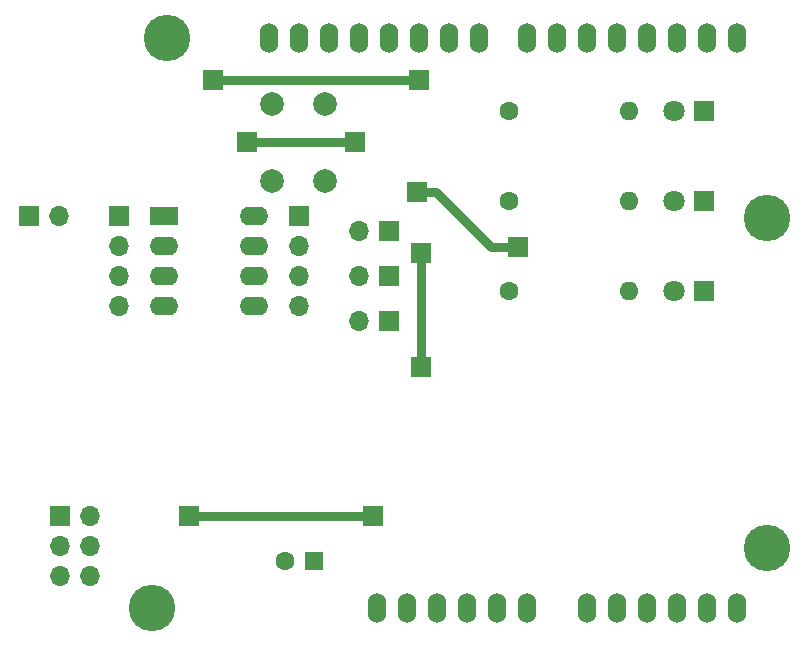
<source format=gbr>
G04 #@! TF.GenerationSoftware,KiCad,Pcbnew,(5.0.0)*
G04 #@! TF.CreationDate,2018-10-02T09:48:17+02:00*
G04 #@! TF.ProjectId,ATtiny85_Arduino_programmer,415474696E7938355F41726475696E6F,rev?*
G04 #@! TF.SameCoordinates,Original*
G04 #@! TF.FileFunction,Copper,L2,Bot,Signal*
G04 #@! TF.FilePolarity,Positive*
%FSLAX46Y46*%
G04 Gerber Fmt 4.6, Leading zero omitted, Abs format (unit mm)*
G04 Created by KiCad (PCBNEW (5.0.0)) date 10/02/18 09:48:17*
%MOMM*%
%LPD*%
G01*
G04 APERTURE LIST*
G04 #@! TA.AperFunction,ComponentPad*
%ADD10O,1.524000X2.540000*%
G04 #@! TD*
G04 #@! TA.AperFunction,ComponentPad*
%ADD11C,3.937000*%
G04 #@! TD*
G04 #@! TA.AperFunction,ComponentPad*
%ADD12C,1.600000*%
G04 #@! TD*
G04 #@! TA.AperFunction,ComponentPad*
%ADD13R,1.600000X1.600000*%
G04 #@! TD*
G04 #@! TA.AperFunction,ComponentPad*
%ADD14C,1.800000*%
G04 #@! TD*
G04 #@! TA.AperFunction,ComponentPad*
%ADD15R,1.800000X1.800000*%
G04 #@! TD*
G04 #@! TA.AperFunction,ComponentPad*
%ADD16O,1.700000X1.700000*%
G04 #@! TD*
G04 #@! TA.AperFunction,ComponentPad*
%ADD17R,1.700000X1.700000*%
G04 #@! TD*
G04 #@! TA.AperFunction,ComponentPad*
%ADD18O,1.600000X1.600000*%
G04 #@! TD*
G04 #@! TA.AperFunction,ComponentPad*
%ADD19C,2.000000*%
G04 #@! TD*
G04 #@! TA.AperFunction,ComponentPad*
%ADD20O,2.400000X1.600000*%
G04 #@! TD*
G04 #@! TA.AperFunction,ComponentPad*
%ADD21R,2.400000X1.600000*%
G04 #@! TD*
G04 #@! TA.AperFunction,ViaPad*
%ADD22C,0.800000*%
G04 #@! TD*
G04 #@! TA.AperFunction,Conductor*
%ADD23C,0.800000*%
G04 #@! TD*
G04 APERTURE END LIST*
D10*
G04 #@! TO.P,SHIELD1,AD5*
G04 #@! TO.N,Net-(SHIELD1-PadAD5)*
X189480000Y-96710501D03*
G04 #@! TO.P,SHIELD1,AD4*
G04 #@! TO.N,Net-(SHIELD1-PadAD4)*
X186940000Y-96710501D03*
G04 #@! TO.P,SHIELD1,AD3*
G04 #@! TO.N,Net-(SHIELD1-PadAD3)*
X184400000Y-96710501D03*
G04 #@! TO.P,SHIELD1,AD0*
G04 #@! TO.N,Net-(SHIELD1-PadAD0)*
X176780000Y-96710501D03*
G04 #@! TO.P,SHIELD1,AD1*
G04 #@! TO.N,Net-(SHIELD1-PadAD1)*
X179320000Y-96710501D03*
G04 #@! TO.P,SHIELD1,AD2*
G04 #@! TO.N,Net-(SHIELD1-PadAD2)*
X181860000Y-96710501D03*
G04 #@! TO.P,SHIELD1,V_IN*
G04 #@! TO.N,Net-(SHIELD1-PadV_IN)*
X171700000Y-96710501D03*
G04 #@! TO.P,SHIELD1,GND2*
G04 #@! TO.N,GND*
X169160000Y-96710501D03*
G04 #@! TO.P,SHIELD1,GND1*
X166620000Y-96710501D03*
G04 #@! TO.P,SHIELD1,3V3*
G04 #@! TO.N,Net-(SHIELD1-Pad3V3)*
X161540000Y-96710501D03*
G04 #@! TO.P,SHIELD1,RST*
G04 #@! TO.N,Net-(C1-Pad1)*
X159000000Y-96710501D03*
G04 #@! TO.P,SHIELD1,0*
G04 #@! TO.N,Net-(SHIELD1-Pad0)*
X189480000Y-48450501D03*
G04 #@! TO.P,SHIELD1,1*
G04 #@! TO.N,Net-(SHIELD1-Pad1)*
X186940000Y-48450501D03*
G04 #@! TO.P,SHIELD1,2*
G04 #@! TO.N,Net-(SHIELD1-Pad2)*
X184400000Y-48450501D03*
G04 #@! TO.P,SHIELD1,3*
G04 #@! TO.N,Net-(SHIELD1-Pad3)*
X181860000Y-48450501D03*
G04 #@! TO.P,SHIELD1,4*
G04 #@! TO.N,Net-(SHIELD1-Pad4)*
X179320000Y-48450501D03*
G04 #@! TO.P,SHIELD1,5*
G04 #@! TO.N,Net-(SHIELD1-Pad5)*
X176780000Y-48450501D03*
G04 #@! TO.P,SHIELD1,6*
G04 #@! TO.N,Net-(SHIELD1-Pad6)*
X174240000Y-48450501D03*
G04 #@! TO.P,SHIELD1,7*
G04 #@! TO.N,7*
X171700000Y-48450501D03*
G04 #@! TO.P,SHIELD1,8*
G04 #@! TO.N,8*
X167636000Y-48450501D03*
G04 #@! TO.P,SHIELD1,9*
G04 #@! TO.N,9*
X165096000Y-48450501D03*
G04 #@! TO.P,SHIELD1,10*
G04 #@! TO.N,10*
X162556000Y-48450501D03*
G04 #@! TO.P,SHIELD1,11*
G04 #@! TO.N,11*
X160016000Y-48450501D03*
G04 #@! TO.P,SHIELD1,12*
G04 #@! TO.N,12*
X157476000Y-48450501D03*
G04 #@! TO.P,SHIELD1,13*
G04 #@! TO.N,13*
X154936000Y-48450501D03*
G04 #@! TO.P,SHIELD1,GND3*
G04 #@! TO.N,GND*
X152396000Y-48450501D03*
G04 #@! TO.P,SHIELD1,AREF*
G04 #@! TO.N,Net-(SHIELD1-PadAREF)*
X149856000Y-48450501D03*
G04 #@! TO.P,SHIELD1,5V*
G04 #@! TO.N,5V*
X164080000Y-96710501D03*
D11*
G04 #@! TO.P,SHIELD1,*
G04 #@! TO.N,*
X192020000Y-91630501D03*
X192020000Y-63690501D03*
X141220000Y-48450501D03*
X139950000Y-96710501D03*
G04 #@! TD*
D12*
G04 #@! TO.P,C1,2*
G04 #@! TO.N,GND*
X151170000Y-92710000D03*
D13*
G04 #@! TO.P,C1,1*
G04 #@! TO.N,Net-(C1-Pad1)*
X153670000Y-92710000D03*
G04 #@! TD*
D14*
G04 #@! TO.P,D1,2*
G04 #@! TO.N,Net-(D1-Pad2)*
X184150000Y-54610000D03*
D15*
G04 #@! TO.P,D1,1*
G04 #@! TO.N,GND*
X186690000Y-54610000D03*
G04 #@! TD*
G04 #@! TO.P,D2,1*
G04 #@! TO.N,GND*
X186690000Y-62230000D03*
D14*
G04 #@! TO.P,D2,2*
G04 #@! TO.N,Net-(D2-Pad2)*
X184150000Y-62230000D03*
G04 #@! TD*
G04 #@! TO.P,D3,2*
G04 #@! TO.N,Net-(D3-Pad2)*
X184150000Y-69850000D03*
D15*
G04 #@! TO.P,D3,1*
G04 #@! TO.N,GND*
X186690000Y-69850000D03*
G04 #@! TD*
D16*
G04 #@! TO.P,J1,4*
G04 #@! TO.N,GND*
X134640000Y-93980000D03*
G04 #@! TO.P,J1,3*
G04 #@! TO.N,10*
X132100000Y-93980000D03*
G04 #@! TO.P,J1,5*
G04 #@! TO.N,12*
X134640000Y-91440000D03*
G04 #@! TO.P,J1,2*
G04 #@! TO.N,13*
X132100000Y-91440000D03*
G04 #@! TO.P,J1,6*
G04 #@! TO.N,5V*
X134640000Y-88900000D03*
D17*
G04 #@! TO.P,J1,1*
G04 #@! TO.N,11*
X132100000Y-88900000D03*
G04 #@! TD*
G04 #@! TO.P,J2,1*
G04 #@! TO.N,AT1*
X137160000Y-63500000D03*
D16*
G04 #@! TO.P,J2,2*
G04 #@! TO.N,AT2*
X137160000Y-66040000D03*
G04 #@! TO.P,J2,3*
G04 #@! TO.N,AT3*
X137160000Y-68580000D03*
G04 #@! TO.P,J2,4*
G04 #@! TO.N,GND*
X137160000Y-71120000D03*
G04 #@! TD*
G04 #@! TO.P,J3,4*
G04 #@! TO.N,AT5*
X152400000Y-71120000D03*
G04 #@! TO.P,J3,3*
G04 #@! TO.N,AT6*
X152400000Y-68580000D03*
G04 #@! TO.P,J3,2*
G04 #@! TO.N,AT7*
X152400000Y-66040000D03*
D17*
G04 #@! TO.P,J3,1*
G04 #@! TO.N,5V*
X152400000Y-63500000D03*
G04 #@! TD*
D16*
G04 #@! TO.P,JP1,2*
G04 #@! TO.N,AT1*
X132080000Y-63500000D03*
D17*
G04 #@! TO.P,JP1,1*
G04 #@! TO.N,10*
X129540000Y-63500000D03*
G04 #@! TD*
G04 #@! TO.P,JP2,1*
G04 #@! TO.N,11*
X160020000Y-72390000D03*
D16*
G04 #@! TO.P,JP2,2*
G04 #@! TO.N,AT5*
X157480000Y-72390000D03*
G04 #@! TD*
G04 #@! TO.P,JP3,2*
G04 #@! TO.N,AT6*
X157480000Y-68580000D03*
D17*
G04 #@! TO.P,JP3,1*
G04 #@! TO.N,12*
X160020000Y-68580000D03*
G04 #@! TD*
G04 #@! TO.P,JP4,1*
G04 #@! TO.N,13*
X160020000Y-64770000D03*
D16*
G04 #@! TO.P,JP4,2*
G04 #@! TO.N,AT7*
X157480000Y-64770000D03*
G04 #@! TD*
D18*
G04 #@! TO.P,R1,2*
G04 #@! TO.N,Net-(D1-Pad2)*
X180340000Y-54610000D03*
D12*
G04 #@! TO.P,R1,1*
G04 #@! TO.N,7*
X170180000Y-54610000D03*
G04 #@! TD*
G04 #@! TO.P,R2,1*
G04 #@! TO.N,8*
X170180000Y-62230000D03*
D18*
G04 #@! TO.P,R2,2*
G04 #@! TO.N,Net-(D2-Pad2)*
X180340000Y-62230000D03*
G04 #@! TD*
G04 #@! TO.P,R3,2*
G04 #@! TO.N,Net-(D3-Pad2)*
X180340000Y-69850000D03*
D12*
G04 #@! TO.P,R3,1*
G04 #@! TO.N,9*
X170180000Y-69850000D03*
G04 #@! TD*
D19*
G04 #@! TO.P,SW1,1*
G04 #@! TO.N,5V*
X154600000Y-60500000D03*
G04 #@! TO.P,SW1,2*
G04 #@! TO.N,Net-(SW1-Pad2)*
X150100000Y-60500000D03*
G04 #@! TO.P,SW1,1*
G04 #@! TO.N,5V*
X154600000Y-54000000D03*
G04 #@! TO.P,SW1,2*
G04 #@! TO.N,Net-(SW1-Pad2)*
X150100000Y-54000000D03*
G04 #@! TD*
D20*
G04 #@! TO.P,U1,8*
G04 #@! TO.N,Net-(SW1-Pad2)*
X148590000Y-63500000D03*
G04 #@! TO.P,U1,4*
G04 #@! TO.N,GND*
X140970000Y-71120000D03*
G04 #@! TO.P,U1,7*
G04 #@! TO.N,AT7*
X148590000Y-66040000D03*
G04 #@! TO.P,U1,3*
G04 #@! TO.N,AT3*
X140970000Y-68580000D03*
G04 #@! TO.P,U1,6*
G04 #@! TO.N,AT6*
X148590000Y-68580000D03*
G04 #@! TO.P,U1,2*
G04 #@! TO.N,AT2*
X140970000Y-66040000D03*
G04 #@! TO.P,U1,5*
G04 #@! TO.N,AT5*
X148590000Y-71120000D03*
D21*
G04 #@! TO.P,U1,1*
G04 #@! TO.N,AT1*
X140970000Y-63500000D03*
G04 #@! TD*
D17*
G04 #@! TO.P,REF\002A\002A,1*
G04 #@! TO.N,10*
X162500000Y-52000000D03*
G04 #@! TD*
G04 #@! TO.P,REF\002A\002A,1*
G04 #@! TO.N,10*
X145100000Y-52000000D03*
G04 #@! TD*
G04 #@! TO.P,REF\002A\002A,1*
G04 #@! TO.N,5V*
X143100000Y-88900000D03*
G04 #@! TD*
G04 #@! TO.P,REF\002A\002A,1*
G04 #@! TO.N,5V*
X158600000Y-88900000D03*
G04 #@! TD*
G04 #@! TO.P,REF\002A\002A,1*
G04 #@! TO.N,12*
X162700000Y-76300000D03*
G04 #@! TD*
G04 #@! TO.P,REF\002A\002A,1*
G04 #@! TO.N,5V*
X162400000Y-61500000D03*
G04 #@! TD*
G04 #@! TO.P,REF\002A\002A,1*
G04 #@! TO.N,5V*
X170900000Y-66100000D03*
G04 #@! TD*
G04 #@! TO.P,REF\002A\002A,1*
G04 #@! TO.N,12*
X162700000Y-66600000D03*
G04 #@! TD*
G04 #@! TO.P,REF\002A\002A,1*
G04 #@! TO.N,13*
X157100000Y-57200000D03*
G04 #@! TD*
G04 #@! TO.P,REF\002A\002A,1*
G04 #@! TO.N,13*
X148000000Y-57200000D03*
G04 #@! TD*
D22*
G04 #@! TO.N,5V*
X152400000Y-63500000D03*
G04 #@! TD*
D23*
G04 #@! TO.N,5V*
X144750000Y-88900000D02*
X158600000Y-88900000D01*
X143100000Y-88900000D02*
X144750000Y-88900000D01*
X169250000Y-66100000D02*
X170900000Y-66100000D01*
X168600000Y-66100000D02*
X169250000Y-66100000D01*
X162400000Y-61500000D02*
X164000000Y-61500000D01*
X164000000Y-61500000D02*
X168600000Y-66100000D01*
G04 #@! TO.N,12*
X162700000Y-68250000D02*
X162700000Y-76300000D01*
X162700000Y-66600000D02*
X162700000Y-68250000D01*
G04 #@! TO.N,10*
X162556000Y-48958501D02*
X162556000Y-48450501D01*
X145100000Y-52000000D02*
X162500000Y-52000000D01*
G04 #@! TO.N,13*
X149650000Y-57200000D02*
X157100000Y-57200000D01*
X148000000Y-57200000D02*
X149650000Y-57200000D01*
G04 #@! TO.N,11*
X160020000Y-72390000D02*
X160020000Y-72380000D01*
G04 #@! TO.N,Net-(SW1-Pad2)*
X148590000Y-63500000D02*
X148990000Y-63500000D01*
G04 #@! TD*
M02*

</source>
